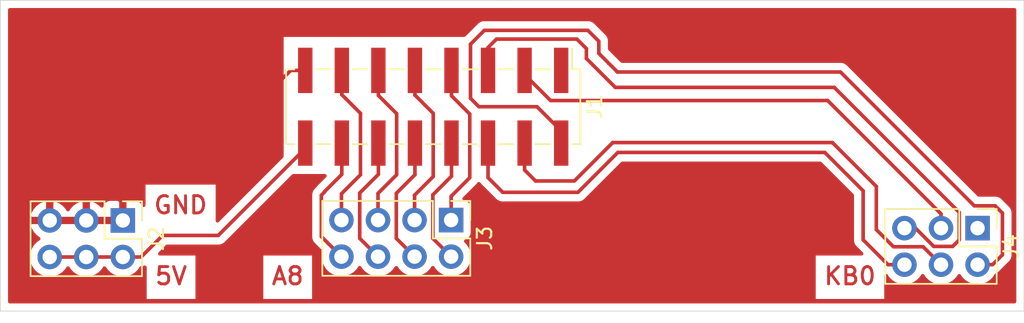
<source format=kicad_pcb>
(kicad_pcb (version 20171130) (host pcbnew "(5.1.7)-1")

  (general
    (thickness 1.6)
    (drawings 14)
    (tracks 108)
    (zones 0)
    (modules 4)
    (nets 16)
  )

  (page A4)
  (layers
    (0 F.Cu signal)
    (31 B.Cu signal)
    (32 B.Adhes user)
    (33 F.Adhes user)
    (34 B.Paste user)
    (35 F.Paste user)
    (36 B.SilkS user)
    (37 F.SilkS user)
    (38 B.Mask user)
    (39 F.Mask user)
    (40 Dwgs.User user)
    (41 Cmts.User user)
    (42 Eco1.User user)
    (43 Eco2.User user)
    (44 Edge.Cuts user)
    (45 Margin user)
    (46 B.CrtYd user)
    (47 F.CrtYd user)
    (48 B.Fab user)
    (49 F.Fab user)
  )

  (setup
    (last_trace_width 0.25)
    (trace_clearance 0.2)
    (zone_clearance 0.508)
    (zone_45_only no)
    (trace_min 0.2)
    (via_size 0.8)
    (via_drill 0.4)
    (via_min_size 0.4)
    (via_min_drill 0.3)
    (uvia_size 0.3)
    (uvia_drill 0.1)
    (uvias_allowed no)
    (uvia_min_size 0.2)
    (uvia_min_drill 0.1)
    (edge_width 0.05)
    (segment_width 0.2)
    (pcb_text_width 0.3)
    (pcb_text_size 1.5 1.5)
    (mod_edge_width 0.12)
    (mod_text_size 1 1)
    (mod_text_width 0.15)
    (pad_size 1.524 1.524)
    (pad_drill 0.762)
    (pad_to_mask_clearance 0)
    (aux_axis_origin 0 0)
    (visible_elements FFFFFF7F)
    (pcbplotparams
      (layerselection 0x010fc_ffffffff)
      (usegerberextensions false)
      (usegerberattributes true)
      (usegerberadvancedattributes true)
      (creategerberjobfile true)
      (excludeedgelayer true)
      (linewidth 0.100000)
      (plotframeref false)
      (viasonmask false)
      (mode 1)
      (useauxorigin false)
      (hpglpennumber 1)
      (hpglpenspeed 20)
      (hpglpendiameter 15.000000)
      (psnegative false)
      (psa4output false)
      (plotreference true)
      (plotvalue true)
      (plotinvisibletext false)
      (padsonsilk false)
      (subtractmaskfromsilk false)
      (outputformat 1)
      (mirror false)
      (drillshape 1)
      (scaleselection 1)
      (outputdirectory ""))
  )

  (net 0 "")
  (net 1 /KB4)
  (net 2 /KB3)
  (net 3 /KB2)
  (net 4 /KB1)
  (net 5 /KB0)
  (net 6 /A15K)
  (net 7 /A14K)
  (net 8 /A13K)
  (net 9 /A12K)
  (net 10 /A11K)
  (net 11 /A10K)
  (net 12 /A9K)
  (net 13 /A8K)
  (net 14 /GND)
  (net 15 /5V)

  (net_class Default "This is the default net class."
    (clearance 0.2)
    (trace_width 0.25)
    (via_dia 0.8)
    (via_drill 0.4)
    (uvia_dia 0.3)
    (uvia_drill 0.1)
    (add_net /5V)
    (add_net /A10K)
    (add_net /A11K)
    (add_net /A12K)
    (add_net /A13K)
    (add_net /A14K)
    (add_net /A15K)
    (add_net /A8K)
    (add_net /A9K)
    (add_net /GND)
    (add_net /KB0)
    (add_net /KB1)
    (add_net /KB2)
    (add_net /KB3)
    (add_net /KB4)
  )

  (module Connector_PinHeader_2.54mm:PinHeader_2x08_P2.54mm_Vertical_SMD (layer F.Cu) (tedit 59FED5CC) (tstamp 607A1C14)
    (at 111.9886 83.5914 270)
    (descr "surface-mounted straight pin header, 2x08, 2.54mm pitch, double rows")
    (tags "Surface mounted pin header SMD 2x08 2.54mm double row")
    (path /608D14FF)
    (attr smd)
    (fp_text reference J1 (at 0 -11.22 90) (layer F.SilkS)
      (effects (font (size 1 1) (thickness 0.15)))
    )
    (fp_text value KB_CONN (at 0 11.22 90) (layer F.Fab)
      (effects (font (size 1 1) (thickness 0.15)))
    )
    (fp_line (start 5.9 -10.7) (end -5.9 -10.7) (layer F.CrtYd) (width 0.05))
    (fp_line (start 5.9 10.7) (end 5.9 -10.7) (layer F.CrtYd) (width 0.05))
    (fp_line (start -5.9 10.7) (end 5.9 10.7) (layer F.CrtYd) (width 0.05))
    (fp_line (start -5.9 -10.7) (end -5.9 10.7) (layer F.CrtYd) (width 0.05))
    (fp_line (start 2.6 7.11) (end 2.6 8.13) (layer F.SilkS) (width 0.12))
    (fp_line (start -2.6 7.11) (end -2.6 8.13) (layer F.SilkS) (width 0.12))
    (fp_line (start 2.6 4.57) (end 2.6 5.59) (layer F.SilkS) (width 0.12))
    (fp_line (start -2.6 4.57) (end -2.6 5.59) (layer F.SilkS) (width 0.12))
    (fp_line (start 2.6 2.03) (end 2.6 3.05) (layer F.SilkS) (width 0.12))
    (fp_line (start -2.6 2.03) (end -2.6 3.05) (layer F.SilkS) (width 0.12))
    (fp_line (start 2.6 -0.51) (end 2.6 0.51) (layer F.SilkS) (width 0.12))
    (fp_line (start -2.6 -0.51) (end -2.6 0.51) (layer F.SilkS) (width 0.12))
    (fp_line (start 2.6 -3.05) (end 2.6 -2.03) (layer F.SilkS) (width 0.12))
    (fp_line (start -2.6 -3.05) (end -2.6 -2.03) (layer F.SilkS) (width 0.12))
    (fp_line (start 2.6 -5.59) (end 2.6 -4.57) (layer F.SilkS) (width 0.12))
    (fp_line (start -2.6 -5.59) (end -2.6 -4.57) (layer F.SilkS) (width 0.12))
    (fp_line (start 2.6 -8.13) (end 2.6 -7.11) (layer F.SilkS) (width 0.12))
    (fp_line (start -2.6 -8.13) (end -2.6 -7.11) (layer F.SilkS) (width 0.12))
    (fp_line (start 2.6 9.65) (end 2.6 10.22) (layer F.SilkS) (width 0.12))
    (fp_line (start -2.6 9.65) (end -2.6 10.22) (layer F.SilkS) (width 0.12))
    (fp_line (start 2.6 -10.22) (end 2.6 -9.65) (layer F.SilkS) (width 0.12))
    (fp_line (start -2.6 -10.22) (end -2.6 -9.65) (layer F.SilkS) (width 0.12))
    (fp_line (start -4.04 -9.65) (end -2.6 -9.65) (layer F.SilkS) (width 0.12))
    (fp_line (start -2.6 10.22) (end 2.6 10.22) (layer F.SilkS) (width 0.12))
    (fp_line (start -2.6 -10.22) (end 2.6 -10.22) (layer F.SilkS) (width 0.12))
    (fp_line (start 3.6 9.21) (end 2.54 9.21) (layer F.Fab) (width 0.1))
    (fp_line (start 3.6 8.57) (end 3.6 9.21) (layer F.Fab) (width 0.1))
    (fp_line (start 2.54 8.57) (end 3.6 8.57) (layer F.Fab) (width 0.1))
    (fp_line (start -3.6 9.21) (end -2.54 9.21) (layer F.Fab) (width 0.1))
    (fp_line (start -3.6 8.57) (end -3.6 9.21) (layer F.Fab) (width 0.1))
    (fp_line (start -2.54 8.57) (end -3.6 8.57) (layer F.Fab) (width 0.1))
    (fp_line (start 3.6 6.67) (end 2.54 6.67) (layer F.Fab) (width 0.1))
    (fp_line (start 3.6 6.03) (end 3.6 6.67) (layer F.Fab) (width 0.1))
    (fp_line (start 2.54 6.03) (end 3.6 6.03) (layer F.Fab) (width 0.1))
    (fp_line (start -3.6 6.67) (end -2.54 6.67) (layer F.Fab) (width 0.1))
    (fp_line (start -3.6 6.03) (end -3.6 6.67) (layer F.Fab) (width 0.1))
    (fp_line (start -2.54 6.03) (end -3.6 6.03) (layer F.Fab) (width 0.1))
    (fp_line (start 3.6 4.13) (end 2.54 4.13) (layer F.Fab) (width 0.1))
    (fp_line (start 3.6 3.49) (end 3.6 4.13) (layer F.Fab) (width 0.1))
    (fp_line (start 2.54 3.49) (end 3.6 3.49) (layer F.Fab) (width 0.1))
    (fp_line (start -3.6 4.13) (end -2.54 4.13) (layer F.Fab) (width 0.1))
    (fp_line (start -3.6 3.49) (end -3.6 4.13) (layer F.Fab) (width 0.1))
    (fp_line (start -2.54 3.49) (end -3.6 3.49) (layer F.Fab) (width 0.1))
    (fp_line (start 3.6 1.59) (end 2.54 1.59) (layer F.Fab) (width 0.1))
    (fp_line (start 3.6 0.95) (end 3.6 1.59) (layer F.Fab) (width 0.1))
    (fp_line (start 2.54 0.95) (end 3.6 0.95) (layer F.Fab) (width 0.1))
    (fp_line (start -3.6 1.59) (end -2.54 1.59) (layer F.Fab) (width 0.1))
    (fp_line (start -3.6 0.95) (end -3.6 1.59) (layer F.Fab) (width 0.1))
    (fp_line (start -2.54 0.95) (end -3.6 0.95) (layer F.Fab) (width 0.1))
    (fp_line (start 3.6 -0.95) (end 2.54 -0.95) (layer F.Fab) (width 0.1))
    (fp_line (start 3.6 -1.59) (end 3.6 -0.95) (layer F.Fab) (width 0.1))
    (fp_line (start 2.54 -1.59) (end 3.6 -1.59) (layer F.Fab) (width 0.1))
    (fp_line (start -3.6 -0.95) (end -2.54 -0.95) (layer F.Fab) (width 0.1))
    (fp_line (start -3.6 -1.59) (end -3.6 -0.95) (layer F.Fab) (width 0.1))
    (fp_line (start -2.54 -1.59) (end -3.6 -1.59) (layer F.Fab) (width 0.1))
    (fp_line (start 3.6 -3.49) (end 2.54 -3.49) (layer F.Fab) (width 0.1))
    (fp_line (start 3.6 -4.13) (end 3.6 -3.49) (layer F.Fab) (width 0.1))
    (fp_line (start 2.54 -4.13) (end 3.6 -4.13) (layer F.Fab) (width 0.1))
    (fp_line (start -3.6 -3.49) (end -2.54 -3.49) (layer F.Fab) (width 0.1))
    (fp_line (start -3.6 -4.13) (end -3.6 -3.49) (layer F.Fab) (width 0.1))
    (fp_line (start -2.54 -4.13) (end -3.6 -4.13) (layer F.Fab) (width 0.1))
    (fp_line (start 3.6 -6.03) (end 2.54 -6.03) (layer F.Fab) (width 0.1))
    (fp_line (start 3.6 -6.67) (end 3.6 -6.03) (layer F.Fab) (width 0.1))
    (fp_line (start 2.54 -6.67) (end 3.6 -6.67) (layer F.Fab) (width 0.1))
    (fp_line (start -3.6 -6.03) (end -2.54 -6.03) (layer F.Fab) (width 0.1))
    (fp_line (start -3.6 -6.67) (end -3.6 -6.03) (layer F.Fab) (width 0.1))
    (fp_line (start -2.54 -6.67) (end -3.6 -6.67) (layer F.Fab) (width 0.1))
    (fp_line (start 3.6 -8.57) (end 2.54 -8.57) (layer F.Fab) (width 0.1))
    (fp_line (start 3.6 -9.21) (end 3.6 -8.57) (layer F.Fab) (width 0.1))
    (fp_line (start 2.54 -9.21) (end 3.6 -9.21) (layer F.Fab) (width 0.1))
    (fp_line (start -3.6 -8.57) (end -2.54 -8.57) (layer F.Fab) (width 0.1))
    (fp_line (start -3.6 -9.21) (end -3.6 -8.57) (layer F.Fab) (width 0.1))
    (fp_line (start -2.54 -9.21) (end -3.6 -9.21) (layer F.Fab) (width 0.1))
    (fp_line (start 2.54 -10.16) (end 2.54 10.16) (layer F.Fab) (width 0.1))
    (fp_line (start -2.54 -9.21) (end -1.59 -10.16) (layer F.Fab) (width 0.1))
    (fp_line (start -2.54 10.16) (end -2.54 -9.21) (layer F.Fab) (width 0.1))
    (fp_line (start -1.59 -10.16) (end 2.54 -10.16) (layer F.Fab) (width 0.1))
    (fp_line (start 2.54 10.16) (end -2.54 10.16) (layer F.Fab) (width 0.1))
    (fp_text user %R (at 0 0) (layer F.Fab)
      (effects (font (size 1 1) (thickness 0.15)))
    )
    (pad 1 smd rect (at -2.525 -8.89 270) (size 3.15 1) (layers F.Cu F.Paste F.Mask))
    (pad 2 smd rect (at 2.525 -8.89 270) (size 3.15 1) (layers F.Cu F.Paste F.Mask)
      (net 1 /KB4))
    (pad 3 smd rect (at -2.525 -6.35 270) (size 3.15 1) (layers F.Cu F.Paste F.Mask)
      (net 2 /KB3))
    (pad 4 smd rect (at 2.525 -6.35 270) (size 3.15 1) (layers F.Cu F.Paste F.Mask)
      (net 3 /KB2))
    (pad 5 smd rect (at -2.525 -3.81 270) (size 3.15 1) (layers F.Cu F.Paste F.Mask)
      (net 4 /KB1))
    (pad 6 smd rect (at 2.525 -3.81 270) (size 3.15 1) (layers F.Cu F.Paste F.Mask)
      (net 5 /KB0))
    (pad 7 smd rect (at -2.525 -1.27 270) (size 3.15 1) (layers F.Cu F.Paste F.Mask)
      (net 6 /A15K))
    (pad 8 smd rect (at 2.525 -1.27 270) (size 3.15 1) (layers F.Cu F.Paste F.Mask)
      (net 7 /A14K))
    (pad 9 smd rect (at -2.525 1.27 270) (size 3.15 1) (layers F.Cu F.Paste F.Mask)
      (net 8 /A13K))
    (pad 10 smd rect (at 2.525 1.27 270) (size 3.15 1) (layers F.Cu F.Paste F.Mask)
      (net 9 /A12K))
    (pad 11 smd rect (at -2.525 3.81 270) (size 3.15 1) (layers F.Cu F.Paste F.Mask)
      (net 10 /A11K))
    (pad 12 smd rect (at 2.525 3.81 270) (size 3.15 1) (layers F.Cu F.Paste F.Mask)
      (net 11 /A10K))
    (pad 13 smd rect (at -2.525 6.35 270) (size 3.15 1) (layers F.Cu F.Paste F.Mask)
      (net 12 /A9K))
    (pad 14 smd rect (at 2.525 6.35 270) (size 3.15 1) (layers F.Cu F.Paste F.Mask)
      (net 13 /A8K))
    (pad 15 smd rect (at -2.525 8.89 270) (size 3.15 1) (layers F.Cu F.Paste F.Mask)
      (net 14 /GND))
    (pad 16 smd rect (at 2.525 8.89 270) (size 3.15 1) (layers F.Cu F.Paste F.Mask)
      (net 15 /5V))
    (model ${KISYS3DMOD}/Connector_PinHeader_2.54mm.3dshapes/PinHeader_2x08_P2.54mm_Vertical_SMD.wrl
      (at (xyz 0 0 0))
      (scale (xyz 1 1 1))
      (rotate (xyz 0 0 0))
    )
  )

  (module Connector_PinHeader_2.54mm:PinHeader_2x03_P2.54mm_Vertical (layer F.Cu) (tedit 59FED5CC) (tstamp 607A26DF)
    (at 90.424 91.4908 270)
    (descr "Through hole straight pin header, 2x03, 2.54mm pitch, double rows")
    (tags "Through hole pin header THT 2x03 2.54mm double row")
    (path /607A4B72)
    (fp_text reference J2 (at 1.27 -2.33 90) (layer F.SilkS)
      (effects (font (size 1 1) (thickness 0.15)))
    )
    (fp_text value KB_CONN_PWR (at 1.27 7.41 90) (layer F.Fab)
      (effects (font (size 1 1) (thickness 0.15)))
    )
    (fp_line (start 4.35 -1.8) (end -1.8 -1.8) (layer F.CrtYd) (width 0.05))
    (fp_line (start 4.35 6.85) (end 4.35 -1.8) (layer F.CrtYd) (width 0.05))
    (fp_line (start -1.8 6.85) (end 4.35 6.85) (layer F.CrtYd) (width 0.05))
    (fp_line (start -1.8 -1.8) (end -1.8 6.85) (layer F.CrtYd) (width 0.05))
    (fp_line (start -1.33 -1.33) (end 0 -1.33) (layer F.SilkS) (width 0.12))
    (fp_line (start -1.33 0) (end -1.33 -1.33) (layer F.SilkS) (width 0.12))
    (fp_line (start 1.27 -1.33) (end 3.87 -1.33) (layer F.SilkS) (width 0.12))
    (fp_line (start 1.27 1.27) (end 1.27 -1.33) (layer F.SilkS) (width 0.12))
    (fp_line (start -1.33 1.27) (end 1.27 1.27) (layer F.SilkS) (width 0.12))
    (fp_line (start 3.87 -1.33) (end 3.87 6.41) (layer F.SilkS) (width 0.12))
    (fp_line (start -1.33 1.27) (end -1.33 6.41) (layer F.SilkS) (width 0.12))
    (fp_line (start -1.33 6.41) (end 3.87 6.41) (layer F.SilkS) (width 0.12))
    (fp_line (start -1.27 0) (end 0 -1.27) (layer F.Fab) (width 0.1))
    (fp_line (start -1.27 6.35) (end -1.27 0) (layer F.Fab) (width 0.1))
    (fp_line (start 3.81 6.35) (end -1.27 6.35) (layer F.Fab) (width 0.1))
    (fp_line (start 3.81 -1.27) (end 3.81 6.35) (layer F.Fab) (width 0.1))
    (fp_line (start 0 -1.27) (end 3.81 -1.27) (layer F.Fab) (width 0.1))
    (fp_text user %R (at 1.27 2.54) (layer F.Fab)
      (effects (font (size 1 1) (thickness 0.15)))
    )
    (pad 1 thru_hole rect (at 0 0 270) (size 1.7 1.7) (drill 1) (layers *.Cu *.Mask)
      (net 14 /GND))
    (pad 2 thru_hole oval (at 2.54 0 270) (size 1.7 1.7) (drill 1) (layers *.Cu *.Mask)
      (net 15 /5V))
    (pad 3 thru_hole oval (at 0 2.54 270) (size 1.7 1.7) (drill 1) (layers *.Cu *.Mask)
      (net 14 /GND))
    (pad 4 thru_hole oval (at 2.54 2.54 270) (size 1.7 1.7) (drill 1) (layers *.Cu *.Mask)
      (net 15 /5V))
    (pad 5 thru_hole oval (at 0 5.08 270) (size 1.7 1.7) (drill 1) (layers *.Cu *.Mask)
      (net 14 /GND))
    (pad 6 thru_hole oval (at 2.54 5.08 270) (size 1.7 1.7) (drill 1) (layers *.Cu *.Mask)
      (net 15 /5V))
    (model ${KISYS3DMOD}/Connector_PinHeader_2.54mm.3dshapes/PinHeader_2x03_P2.54mm_Vertical.wrl
      (at (xyz 0 0 0))
      (scale (xyz 1 1 1))
      (rotate (xyz 0 0 0))
    )
  )

  (module Connector_PinHeader_2.54mm:PinHeader_2x04_P2.54mm_Vertical (layer F.Cu) (tedit 59FED5CC) (tstamp 607A1C4E)
    (at 113.2332 91.4654 270)
    (descr "Through hole straight pin header, 2x04, 2.54mm pitch, double rows")
    (tags "Through hole pin header THT 2x04 2.54mm double row")
    (path /607A6144)
    (fp_text reference J3 (at 1.27 -2.33 90) (layer F.SilkS)
      (effects (font (size 1 1) (thickness 0.15)))
    )
    (fp_text value KB_CONN_ADDR (at 1.27 9.95 90) (layer F.Fab)
      (effects (font (size 1 1) (thickness 0.15)))
    )
    (fp_line (start 4.35 -1.8) (end -1.8 -1.8) (layer F.CrtYd) (width 0.05))
    (fp_line (start 4.35 9.4) (end 4.35 -1.8) (layer F.CrtYd) (width 0.05))
    (fp_line (start -1.8 9.4) (end 4.35 9.4) (layer F.CrtYd) (width 0.05))
    (fp_line (start -1.8 -1.8) (end -1.8 9.4) (layer F.CrtYd) (width 0.05))
    (fp_line (start -1.33 -1.33) (end 0 -1.33) (layer F.SilkS) (width 0.12))
    (fp_line (start -1.33 0) (end -1.33 -1.33) (layer F.SilkS) (width 0.12))
    (fp_line (start 1.27 -1.33) (end 3.87 -1.33) (layer F.SilkS) (width 0.12))
    (fp_line (start 1.27 1.27) (end 1.27 -1.33) (layer F.SilkS) (width 0.12))
    (fp_line (start -1.33 1.27) (end 1.27 1.27) (layer F.SilkS) (width 0.12))
    (fp_line (start 3.87 -1.33) (end 3.87 8.95) (layer F.SilkS) (width 0.12))
    (fp_line (start -1.33 1.27) (end -1.33 8.95) (layer F.SilkS) (width 0.12))
    (fp_line (start -1.33 8.95) (end 3.87 8.95) (layer F.SilkS) (width 0.12))
    (fp_line (start -1.27 0) (end 0 -1.27) (layer F.Fab) (width 0.1))
    (fp_line (start -1.27 8.89) (end -1.27 0) (layer F.Fab) (width 0.1))
    (fp_line (start 3.81 8.89) (end -1.27 8.89) (layer F.Fab) (width 0.1))
    (fp_line (start 3.81 -1.27) (end 3.81 8.89) (layer F.Fab) (width 0.1))
    (fp_line (start 0 -1.27) (end 3.81 -1.27) (layer F.Fab) (width 0.1))
    (fp_text user %R (at 1.27 3.81) (layer F.Fab)
      (effects (font (size 1 1) (thickness 0.15)))
    )
    (pad 1 thru_hole rect (at 0 0 270) (size 1.7 1.7) (drill 1) (layers *.Cu *.Mask)
      (net 6 /A15K))
    (pad 2 thru_hole oval (at 2.54 0 270) (size 1.7 1.7) (drill 1) (layers *.Cu *.Mask)
      (net 7 /A14K))
    (pad 3 thru_hole oval (at 0 2.54 270) (size 1.7 1.7) (drill 1) (layers *.Cu *.Mask)
      (net 8 /A13K))
    (pad 4 thru_hole oval (at 2.54 2.54 270) (size 1.7 1.7) (drill 1) (layers *.Cu *.Mask)
      (net 9 /A12K))
    (pad 5 thru_hole oval (at 0 5.08 270) (size 1.7 1.7) (drill 1) (layers *.Cu *.Mask)
      (net 10 /A11K))
    (pad 6 thru_hole oval (at 2.54 5.08 270) (size 1.7 1.7) (drill 1) (layers *.Cu *.Mask)
      (net 11 /A10K))
    (pad 7 thru_hole oval (at 0 7.62 270) (size 1.7 1.7) (drill 1) (layers *.Cu *.Mask)
      (net 12 /A9K))
    (pad 8 thru_hole oval (at 2.54 7.62 270) (size 1.7 1.7) (drill 1) (layers *.Cu *.Mask)
      (net 13 /A8K))
    (model ${KISYS3DMOD}/Connector_PinHeader_2.54mm.3dshapes/PinHeader_2x04_P2.54mm_Vertical.wrl
      (at (xyz 0 0 0))
      (scale (xyz 1 1 1))
      (rotate (xyz 0 0 0))
    )
  )

  (module Connector_PinHeader_2.54mm:PinHeader_2x03_P2.54mm_Vertical (layer F.Cu) (tedit 59FED5CC) (tstamp 607A27C0)
    (at 149.8092 92.0242 270)
    (descr "Through hole straight pin header, 2x03, 2.54mm pitch, double rows")
    (tags "Through hole pin header THT 2x03 2.54mm double row")
    (path /607A574E)
    (fp_text reference J4 (at 1.27 -2.33 90) (layer F.SilkS)
      (effects (font (size 1 1) (thickness 0.15)))
    )
    (fp_text value KB_CONN_D (at 1.27 7.41 90) (layer F.Fab)
      (effects (font (size 1 1) (thickness 0.15)))
    )
    (fp_text user %R (at 1.27 2.54) (layer F.Fab)
      (effects (font (size 1 1) (thickness 0.15)))
    )
    (fp_line (start 0 -1.27) (end 3.81 -1.27) (layer F.Fab) (width 0.1))
    (fp_line (start 3.81 -1.27) (end 3.81 6.35) (layer F.Fab) (width 0.1))
    (fp_line (start 3.81 6.35) (end -1.27 6.35) (layer F.Fab) (width 0.1))
    (fp_line (start -1.27 6.35) (end -1.27 0) (layer F.Fab) (width 0.1))
    (fp_line (start -1.27 0) (end 0 -1.27) (layer F.Fab) (width 0.1))
    (fp_line (start -1.33 6.41) (end 3.87 6.41) (layer F.SilkS) (width 0.12))
    (fp_line (start -1.33 1.27) (end -1.33 6.41) (layer F.SilkS) (width 0.12))
    (fp_line (start 3.87 -1.33) (end 3.87 6.41) (layer F.SilkS) (width 0.12))
    (fp_line (start -1.33 1.27) (end 1.27 1.27) (layer F.SilkS) (width 0.12))
    (fp_line (start 1.27 1.27) (end 1.27 -1.33) (layer F.SilkS) (width 0.12))
    (fp_line (start 1.27 -1.33) (end 3.87 -1.33) (layer F.SilkS) (width 0.12))
    (fp_line (start -1.33 0) (end -1.33 -1.33) (layer F.SilkS) (width 0.12))
    (fp_line (start -1.33 -1.33) (end 0 -1.33) (layer F.SilkS) (width 0.12))
    (fp_line (start -1.8 -1.8) (end -1.8 6.85) (layer F.CrtYd) (width 0.05))
    (fp_line (start -1.8 6.85) (end 4.35 6.85) (layer F.CrtYd) (width 0.05))
    (fp_line (start 4.35 6.85) (end 4.35 -1.8) (layer F.CrtYd) (width 0.05))
    (fp_line (start 4.35 -1.8) (end -1.8 -1.8) (layer F.CrtYd) (width 0.05))
    (pad 6 thru_hole oval (at 2.54 5.08 270) (size 1.7 1.7) (drill 1) (layers *.Cu *.Mask)
      (net 5 /KB0))
    (pad 5 thru_hole oval (at 0 5.08 270) (size 1.7 1.7) (drill 1) (layers *.Cu *.Mask)
      (net 4 /KB1))
    (pad 4 thru_hole oval (at 2.54 2.54 270) (size 1.7 1.7) (drill 1) (layers *.Cu *.Mask)
      (net 3 /KB2))
    (pad 3 thru_hole oval (at 0 2.54 270) (size 1.7 1.7) (drill 1) (layers *.Cu *.Mask)
      (net 2 /KB3))
    (pad 2 thru_hole oval (at 2.54 0 270) (size 1.7 1.7) (drill 1) (layers *.Cu *.Mask)
      (net 1 /KB4))
    (pad 1 thru_hole rect (at 0 0 270) (size 1.7 1.7) (drill 1) (layers *.Cu *.Mask))
    (model ${KISYS3DMOD}/Connector_PinHeader_2.54mm.3dshapes/PinHeader_2x03_P2.54mm_Vertical.wrl
      (at (xyz 0 0 0))
      (scale (xyz 1 1 1))
      (rotate (xyz 0 0 0))
    )
  )

  (gr_line (start 153.035 76.2) (end 116.84 76.2) (layer Edge.Cuts) (width 0.05) (tstamp 607A29BB))
  (gr_line (start 153.035 76.835) (end 153.035 76.2) (layer Edge.Cuts) (width 0.05))
  (gr_line (start 81.915 76.2) (end 81.915 76.835) (layer Edge.Cuts) (width 0.05) (tstamp 607A29B9))
  (gr_line (start 116.84 76.2) (end 81.915 76.2) (layer Edge.Cuts) (width 0.05))
  (gr_line (start 81.915 97.79) (end 81.915 76.835) (layer Edge.Cuts) (width 0.05) (tstamp 607A29B1))
  (gr_line (start 153.035 97.79) (end 81.915 97.79) (layer Edge.Cuts) (width 0.05))
  (gr_line (start 153.035 76.835) (end 153.035 97.79) (layer Edge.Cuts) (width 0.05))
  (gr_text KB0 (at 140.9446 95.3516) (layer F.Cu) (tstamp 607A298D)
    (effects (font (size 1.2 1.2) (thickness 0.2)))
  )
  (gr_text A8 (at 101.8794 95.3516) (layer F.Cu) (tstamp 607A2989)
    (effects (font (size 1.2 1.2) (thickness 0.2)))
  )
  (gr_text 5V (at 93.7768 95.3516) (layer F.Cu) (tstamp 607A2964)
    (effects (font (size 1.2 1.2) (thickness 0.2)))
  )
  (gr_text GND (at 94.4372 90.424) (layer F.Cu)
    (effects (font (size 1.2 1.2) (thickness 0.2)))
  )
  (dimension 0.5842 (width 0.15) (layer Dwgs.User)
    (gr_text "0,584 mm" (at 138.8572 91.7321 270) (layer Dwgs.User)
      (effects (font (size 1 1) (thickness 0.15)))
    )
    (feature1 (pts (xy 144.7292 92.0242) (xy 139.570779 92.0242)))
    (feature2 (pts (xy 144.7292 91.44) (xy 139.570779 91.44)))
    (crossbar (pts (xy 140.1572 91.44) (xy 140.1572 92.0242)))
    (arrow1a (pts (xy 140.1572 92.0242) (xy 139.570779 90.897696)))
    (arrow1b (pts (xy 140.1572 92.0242) (xy 140.743621 90.897696)))
    (arrow2a (pts (xy 140.1572 91.44) (xy 139.570779 92.566504)))
    (arrow2b (pts (xy 140.1572 91.44) (xy 140.743621 92.566504)))
  )
  (dimension 31.496 (width 0.15) (layer Dwgs.User)
    (gr_text "31,496 mm" (at 128.9812 82.4946) (layer Dwgs.User)
      (effects (font (size 1 1) (thickness 0.15)))
    )
    (feature1 (pts (xy 144.7292 91.4654) (xy 144.7292 83.208179)))
    (feature2 (pts (xy 113.2332 91.4654) (xy 113.2332 83.208179)))
    (crossbar (pts (xy 113.2332 83.7946) (xy 144.7292 83.7946)))
    (arrow1a (pts (xy 144.7292 83.7946) (xy 143.602696 84.381021)))
    (arrow1b (pts (xy 144.7292 83.7946) (xy 143.602696 83.208179)))
    (arrow2a (pts (xy 113.2332 83.7946) (xy 114.359704 84.381021)))
    (arrow2b (pts (xy 113.2332 83.7946) (xy 114.359704 83.208179)))
  )
  (dimension 20.2692 (width 0.15) (layer Dwgs.User)
    (gr_text "20,269 mm" (at 95.4786 84.0186) (layer Dwgs.User)
      (effects (font (size 1 1) (thickness 0.15)))
    )
    (feature1 (pts (xy 105.6132 91.4654) (xy 105.6132 84.732179)))
    (feature2 (pts (xy 85.344 91.4654) (xy 85.344 84.732179)))
    (crossbar (pts (xy 85.344 85.3186) (xy 105.6132 85.3186)))
    (arrow1a (pts (xy 105.6132 85.3186) (xy 104.486696 85.905021)))
    (arrow1b (pts (xy 105.6132 85.3186) (xy 104.486696 84.732179)))
    (arrow2a (pts (xy 85.344 85.3186) (xy 86.470504 85.905021)))
    (arrow2b (pts (xy 85.344 85.3186) (xy 86.470504 84.732179)))
  )

  (segment (start 150.8506 94.5642) (end 149.8092 94.5642) (width 0.25) (layer F.Cu) (net 1))
  (segment (start 151.5364 93.8784) (end 150.8506 94.5642) (width 0.25) (layer F.Cu) (net 1))
  (segment (start 151.0284 90.4748) (end 151.5364 90.9828) (width 0.25) (layer F.Cu) (net 1))
  (segment (start 120.8786 86.1164) (end 120.8786 85.2678) (width 0.25) (layer F.Cu) (net 1))
  (segment (start 115.1636 83.5914) (end 114.5794 83.0072) (width 0.25) (layer F.Cu) (net 1))
  (segment (start 120.8786 85.2678) (end 119.2022 83.5914) (width 0.25) (layer F.Cu) (net 1))
  (segment (start 119.2022 83.5914) (end 115.1636 83.5914) (width 0.25) (layer F.Cu) (net 1))
  (segment (start 123.4948 79.0448) (end 123.4948 79.883) (width 0.25) (layer F.Cu) (net 1))
  (segment (start 114.5794 83.0072) (end 114.5794 79.248) (width 0.25) (layer F.Cu) (net 1))
  (segment (start 114.5794 79.248) (end 115.5446 78.2828) (width 0.25) (layer F.Cu) (net 1))
  (segment (start 115.5446 78.2828) (end 122.7328 78.2828) (width 0.25) (layer F.Cu) (net 1))
  (segment (start 122.7328 78.2828) (end 123.4948 79.0448) (width 0.25) (layer F.Cu) (net 1))
  (segment (start 151.5364 90.9828) (end 151.5364 93.8784) (width 0.25) (layer F.Cu) (net 1))
  (segment (start 123.4948 79.883) (end 124.7902 81.1784) (width 0.25) (layer F.Cu) (net 1))
  (segment (start 149.5806 90.4748) (end 151.0284 90.4748) (width 0.25) (layer F.Cu) (net 1))
  (segment (start 124.7902 81.1784) (end 140.2842 81.1784) (width 0.25) (layer F.Cu) (net 1))
  (segment (start 140.2842 81.1784) (end 149.5806 90.4748) (width 0.25) (layer F.Cu) (net 1))
  (segment (start 118.3386 81.0664) (end 118.3386 81.3562) (width 0.25) (layer F.Cu) (net 2))
  (segment (start 118.3386 81.3562) (end 120.142 83.1596) (width 0.25) (layer F.Cu) (net 2))
  (segment (start 120.142 83.1596) (end 139.3952 83.1596) (width 0.25) (layer F.Cu) (net 2))
  (segment (start 147.2692 91.0336) (end 147.2692 92.0242) (width 0.25) (layer F.Cu) (net 2))
  (segment (start 139.3952 83.1596) (end 147.2692 91.0336) (width 0.25) (layer F.Cu) (net 2))
  (segment (start 143.9672 93.3196) (end 146.0246 93.3196) (width 0.25) (layer F.Cu) (net 3))
  (segment (start 142.7734 92.1258) (end 143.9672 93.3196) (width 0.25) (layer F.Cu) (net 3))
  (segment (start 146.0246 93.3196) (end 147.2692 94.5642) (width 0.25) (layer F.Cu) (net 3))
  (segment (start 139.7254 86.0806) (end 142.7734 89.1286) (width 0.25) (layer F.Cu) (net 3))
  (segment (start 142.7734 89.1286) (end 142.7734 92.1258) (width 0.25) (layer F.Cu) (net 3))
  (segment (start 121.793 88.7476) (end 124.46 86.0806) (width 0.25) (layer F.Cu) (net 3))
  (segment (start 119.1006 88.7476) (end 121.793 88.7476) (width 0.25) (layer F.Cu) (net 3))
  (segment (start 124.46 86.0806) (end 139.7254 86.0806) (width 0.25) (layer F.Cu) (net 3))
  (segment (start 118.3386 87.9856) (end 119.1006 88.7476) (width 0.25) (layer F.Cu) (net 3))
  (segment (start 118.3386 86.1164) (end 118.3386 87.9856) (width 0.25) (layer F.Cu) (net 3))
  (segment (start 116.3828 78.8924) (end 115.7986 79.4766) (width 0.25) (layer F.Cu) (net 4))
  (segment (start 121.9708 78.8924) (end 116.3828 78.8924) (width 0.25) (layer F.Cu) (net 4))
  (segment (start 115.7986 79.4766) (end 115.7986 81.0664) (width 0.25) (layer F.Cu) (net 4))
  (segment (start 124.6378 82.2452) (end 122.6312 80.2386) (width 0.25) (layer F.Cu) (net 4))
  (segment (start 122.6312 79.5528) (end 121.9708 78.8924) (width 0.25) (layer F.Cu) (net 4))
  (segment (start 139.8524 82.2452) (end 124.6378 82.2452) (width 0.25) (layer F.Cu) (net 4))
  (segment (start 148.5392 90.932) (end 139.8524 82.2452) (width 0.25) (layer F.Cu) (net 4))
  (segment (start 148.5392 92.837) (end 148.5392 90.932) (width 0.25) (layer F.Cu) (net 4))
  (segment (start 148.082 93.2942) (end 148.5392 92.837) (width 0.25) (layer F.Cu) (net 4))
  (segment (start 146.7612 93.2942) (end 148.082 93.2942) (width 0.25) (layer F.Cu) (net 4))
  (segment (start 122.6312 80.2386) (end 122.6312 79.5528) (width 0.25) (layer F.Cu) (net 4))
  (segment (start 145.4912 92.0242) (end 146.7612 93.2942) (width 0.25) (layer F.Cu) (net 4))
  (segment (start 144.7292 92.0242) (end 145.4912 92.0242) (width 0.25) (layer F.Cu) (net 4))
  (segment (start 144.7292 94.5642) (end 143.5862 94.5642) (width 0.25) (layer F.Cu) (net 5))
  (segment (start 143.5862 94.5642) (end 141.859 92.837) (width 0.25) (layer F.Cu) (net 5))
  (segment (start 141.859 92.837) (end 141.859 89.4334) (width 0.25) (layer F.Cu) (net 5))
  (segment (start 141.859 89.4334) (end 139.192 86.7664) (width 0.25) (layer F.Cu) (net 5))
  (segment (start 139.192 86.7664) (end 124.8156 86.7664) (width 0.25) (layer F.Cu) (net 5))
  (segment (start 124.8156 86.7664) (end 122.047 89.535) (width 0.25) (layer F.Cu) (net 5))
  (segment (start 122.047 89.535) (end 116.8146 89.535) (width 0.25) (layer F.Cu) (net 5))
  (segment (start 115.7986 88.519) (end 115.7986 86.1164) (width 0.25) (layer F.Cu) (net 5))
  (segment (start 116.8146 89.535) (end 115.7986 88.519) (width 0.25) (layer F.Cu) (net 5))
  (segment (start 113.2332 91.4654) (end 113.2332 89.8144) (width 0.25) (layer F.Cu) (net 6))
  (segment (start 113.2332 89.8144) (end 114.5286 88.519) (width 0.25) (layer F.Cu) (net 6))
  (segment (start 114.5286 88.519) (end 114.5286 84.0994) (width 0.25) (layer F.Cu) (net 6))
  (segment (start 113.2586 82.8294) (end 113.2586 81.0664) (width 0.25) (layer F.Cu) (net 6))
  (segment (start 114.5286 84.0994) (end 113.2586 82.8294) (width 0.25) (layer F.Cu) (net 6))
  (segment (start 113.2332 94.0054) (end 111.9632 92.7354) (width 0.25) (layer F.Cu) (net 7))
  (segment (start 111.9632 92.7354) (end 111.9632 89.7128) (width 0.25) (layer F.Cu) (net 7))
  (segment (start 113.2586 88.4174) (end 113.2586 86.1164) (width 0.25) (layer F.Cu) (net 7))
  (segment (start 111.9632 89.7128) (end 113.2586 88.4174) (width 0.25) (layer F.Cu) (net 7))
  (segment (start 110.6932 91.4654) (end 110.6932 89.7382) (width 0.25) (layer F.Cu) (net 8))
  (segment (start 110.6932 89.7382) (end 111.9886 88.4428) (width 0.25) (layer F.Cu) (net 8))
  (segment (start 111.9886 88.4428) (end 111.9886 84.0486) (width 0.25) (layer F.Cu) (net 8))
  (segment (start 110.7186 82.7786) (end 110.7186 81.0664) (width 0.25) (layer F.Cu) (net 8))
  (segment (start 111.9886 84.0486) (end 110.7186 82.7786) (width 0.25) (layer F.Cu) (net 8))
  (segment (start 110.7186 86.1164) (end 110.7186 88.3158) (width 0.25) (layer F.Cu) (net 9))
  (segment (start 110.7186 88.3158) (end 109.4232 89.6112) (width 0.25) (layer F.Cu) (net 9))
  (segment (start 109.4232 92.7354) (end 110.6932 94.0054) (width 0.25) (layer F.Cu) (net 9))
  (segment (start 109.4232 89.6112) (end 109.4232 92.7354) (width 0.25) (layer F.Cu) (net 9))
  (segment (start 108.1532 91.4654) (end 108.1532 89.6112) (width 0.25) (layer F.Cu) (net 10))
  (segment (start 108.1532 89.6112) (end 109.4486 88.3158) (width 0.25) (layer F.Cu) (net 10))
  (segment (start 109.4486 88.3158) (end 109.4486 84.074) (width 0.25) (layer F.Cu) (net 10))
  (segment (start 108.1786 82.804) (end 108.1786 81.0664) (width 0.25) (layer F.Cu) (net 10))
  (segment (start 109.4486 84.074) (end 108.1786 82.804) (width 0.25) (layer F.Cu) (net 10))
  (segment (start 108.1786 86.1164) (end 108.1786 88.2904) (width 0.25) (layer F.Cu) (net 11))
  (segment (start 108.1786 88.2904) (end 106.8832 89.5858) (width 0.25) (layer F.Cu) (net 11))
  (segment (start 106.8832 92.7354) (end 108.1532 94.0054) (width 0.25) (layer F.Cu) (net 11))
  (segment (start 106.8832 89.5858) (end 106.8832 92.7354) (width 0.25) (layer F.Cu) (net 11))
  (segment (start 105.6132 91.4654) (end 105.6132 89.6366) (width 0.25) (layer F.Cu) (net 12))
  (segment (start 105.6132 89.6366) (end 106.934 88.3158) (width 0.25) (layer F.Cu) (net 12))
  (segment (start 106.934 88.3158) (end 106.934 84.0486) (width 0.25) (layer F.Cu) (net 12))
  (segment (start 105.6386 82.7532) (end 105.6386 81.0664) (width 0.25) (layer F.Cu) (net 12))
  (segment (start 106.934 84.0486) (end 105.6386 82.7532) (width 0.25) (layer F.Cu) (net 12))
  (segment (start 105.6386 86.1164) (end 105.6386 88.2904) (width 0.25) (layer F.Cu) (net 13))
  (segment (start 104.438199 89.490801) (end 104.438199 89.516201) (width 0.25) (layer F.Cu) (net 13))
  (segment (start 105.6386 88.2904) (end 104.438199 89.490801) (width 0.25) (layer F.Cu) (net 13))
  (segment (start 104.438199 89.516201) (end 104.2162 89.7382) (width 0.25) (layer F.Cu) (net 13))
  (segment (start 104.2162 92.6084) (end 105.6132 94.0054) (width 0.25) (layer F.Cu) (net 13))
  (segment (start 104.2162 89.7382) (end 104.2162 92.6084) (width 0.25) (layer F.Cu) (net 13))
  (segment (start 103.0986 81.0664) (end 102.6518 81.0664) (width 0.25) (layer F.Cu) (net 14))
  (segment (start 90.424 91.4908) (end 87.884 91.4908) (width 0.25) (layer F.Cu) (net 14))
  (segment (start 87.884 91.4908) (end 85.344 91.4908) (width 0.25) (layer F.Cu) (net 14))
  (segment (start 90.424 91.4908) (end 90.424 89.1794) (width 0.25) (layer F.Cu) (net 14))
  (segment (start 90.424 89.1794) (end 92.7354 86.868) (width 0.25) (layer F.Cu) (net 14))
  (segment (start 92.7354 86.868) (end 96.2914 86.868) (width 0.25) (layer F.Cu) (net 14))
  (segment (start 102.093 81.0664) (end 103.0986 81.0664) (width 0.25) (layer F.Cu) (net 14))
  (segment (start 96.2914 86.868) (end 102.093 81.0664) (width 0.25) (layer F.Cu) (net 14))
  (segment (start 103.0374 86.1164) (end 103.0986 86.1164) (width 0.25) (layer F.Cu) (net 15))
  (segment (start 85.344 94.0308) (end 87.884 94.0308) (width 0.25) (layer F.Cu) (net 15))
  (segment (start 87.884 94.0308) (end 90.424 94.0308) (width 0.25) (layer F.Cu) (net 15))
  (segment (start 90.424 94.0308) (end 91.694 94.0308) (width 0.25) (layer F.Cu) (net 15))
  (segment (start 91.694 94.0308) (end 93.1926 92.5322) (width 0.25) (layer F.Cu) (net 15))
  (segment (start 93.1926 92.5322) (end 97.0534 92.5322) (width 0.25) (layer F.Cu) (net 15))
  (segment (start 103.0986 86.487) (end 103.0986 86.1164) (width 0.25) (layer F.Cu) (net 15))
  (segment (start 97.0534 92.5322) (end 103.0986 86.487) (width 0.25) (layer F.Cu) (net 15))

  (zone (net 14) (net_name /GND) (layer F.Cu) (tstamp 0) (hatch edge 0.508)
    (connect_pads (clearance 0.508))
    (min_thickness 0.254)
    (fill yes (arc_segments 32) (thermal_gap 0.508) (thermal_bridge_width 0.508))
    (polygon
      (pts
        (xy 153.035 97.79) (xy 81.915 97.79) (xy 81.915 76.2) (xy 153.035 76.2)
      )
    )
    (filled_polygon
      (pts
        (xy 152.375001 97.13) (xy 82.575 97.13) (xy 82.575 93.88454) (xy 83.859 93.88454) (xy 83.859 94.17706)
        (xy 83.916068 94.463958) (xy 84.02801 94.734211) (xy 84.190525 94.977432) (xy 84.397368 95.184275) (xy 84.640589 95.34679)
        (xy 84.910842 95.458732) (xy 85.19774 95.5158) (xy 85.49026 95.5158) (xy 85.777158 95.458732) (xy 86.047411 95.34679)
        (xy 86.290632 95.184275) (xy 86.497475 94.977432) (xy 86.614 94.80304) (xy 86.730525 94.977432) (xy 86.937368 95.184275)
        (xy 87.180589 95.34679) (xy 87.450842 95.458732) (xy 87.73774 95.5158) (xy 88.03026 95.5158) (xy 88.317158 95.458732)
        (xy 88.587411 95.34679) (xy 88.830632 95.184275) (xy 89.037475 94.977432) (xy 89.154 94.80304) (xy 89.270525 94.977432)
        (xy 89.477368 95.184275) (xy 89.720589 95.34679) (xy 89.990842 95.458732) (xy 90.27774 95.5158) (xy 90.57026 95.5158)
        (xy 90.857158 95.458732) (xy 91.127411 95.34679) (xy 91.370632 95.184275) (xy 91.577475 94.977432) (xy 91.700125 94.793873)
        (xy 91.731322 94.7908) (xy 91.731333 94.7908) (xy 91.842986 94.779803) (xy 91.956086 94.745495) (xy 91.956086 97.0726)
        (xy 95.597515 97.0726) (xy 95.597515 93.8026) (xy 100.058686 93.8026) (xy 100.058686 97.0726) (xy 103.700115 97.0726)
        (xy 103.700115 93.8026) (xy 100.058686 93.8026) (xy 95.597515 93.8026) (xy 92.997002 93.8026) (xy 93.507403 93.2922)
        (xy 97.016078 93.2922) (xy 97.0534 93.295876) (xy 97.090722 93.2922) (xy 97.090733 93.2922) (xy 97.202386 93.281203)
        (xy 97.345647 93.237746) (xy 97.477676 93.167174) (xy 97.593401 93.072201) (xy 97.617204 93.043197) (xy 102.268402 88.392)
        (xy 104.462198 88.392) (xy 103.927201 88.926998) (xy 103.898198 88.9508) (xy 103.861148 88.995946) (xy 103.803225 89.066525)
        (xy 103.791915 89.087684) (xy 103.705203 89.174396) (xy 103.676199 89.198199) (xy 103.639635 89.242753) (xy 103.581226 89.313924)
        (xy 103.515539 89.436815) (xy 103.510654 89.445954) (xy 103.467197 89.589215) (xy 103.4562 89.700868) (xy 103.4562 89.700878)
        (xy 103.452524 89.7382) (xy 103.4562 89.775523) (xy 103.456201 92.571068) (xy 103.452524 92.6084) (xy 103.456201 92.645733)
        (xy 103.467198 92.757386) (xy 103.475028 92.783197) (xy 103.510654 92.900646) (xy 103.581226 93.032676) (xy 103.648562 93.114724)
        (xy 103.6762 93.148401) (xy 103.705198 93.172199) (xy 104.171991 93.638992) (xy 104.1282 93.85914) (xy 104.1282 94.15166)
        (xy 104.185268 94.438558) (xy 104.29721 94.708811) (xy 104.459725 94.952032) (xy 104.666568 95.158875) (xy 104.909789 95.32139)
        (xy 105.180042 95.433332) (xy 105.46694 95.4904) (xy 105.75946 95.4904) (xy 106.046358 95.433332) (xy 106.316611 95.32139)
        (xy 106.559832 95.158875) (xy 106.766675 94.952032) (xy 106.8832 94.77764) (xy 106.999725 94.952032) (xy 107.206568 95.158875)
        (xy 107.449789 95.32139) (xy 107.720042 95.433332) (xy 108.00694 95.4904) (xy 108.29946 95.4904) (xy 108.586358 95.433332)
        (xy 108.856611 95.32139) (xy 109.099832 95.158875) (xy 109.306675 94.952032) (xy 109.4232 94.77764) (xy 109.539725 94.952032)
        (xy 109.746568 95.158875) (xy 109.989789 95.32139) (xy 110.260042 95.433332) (xy 110.54694 95.4904) (xy 110.83946 95.4904)
        (xy 111.126358 95.433332) (xy 111.396611 95.32139) (xy 111.639832 95.158875) (xy 111.846675 94.952032) (xy 111.9632 94.77764)
        (xy 112.079725 94.952032) (xy 112.286568 95.158875) (xy 112.529789 95.32139) (xy 112.800042 95.433332) (xy 113.08694 95.4904)
        (xy 113.37946 95.4904) (xy 113.666358 95.433332) (xy 113.936611 95.32139) (xy 114.179832 95.158875) (xy 114.386675 94.952032)
        (xy 114.54919 94.708811) (xy 114.661132 94.438558) (xy 114.7182 94.15166) (xy 114.7182 93.85914) (xy 114.661132 93.572242)
        (xy 114.54919 93.301989) (xy 114.386675 93.058768) (xy 114.25482 92.926913) (xy 114.32738 92.904902) (xy 114.437694 92.845937)
        (xy 114.534385 92.766585) (xy 114.613737 92.669894) (xy 114.672702 92.55958) (xy 114.709012 92.439882) (xy 114.721272 92.3154)
        (xy 114.721272 90.6154) (xy 114.709012 90.490918) (xy 114.672702 90.37122) (xy 114.613737 90.260906) (xy 114.534385 90.164215)
        (xy 114.437694 90.084863) (xy 114.32738 90.025898) (xy 114.207682 89.989588) (xy 114.139526 89.982875) (xy 115.039604 89.082798)
        (xy 115.068601 89.059001) (xy 115.163574 88.943276) (xy 115.1636 88.943227) (xy 115.163626 88.943276) (xy 115.190668 88.976226)
        (xy 115.258599 89.059001) (xy 115.287602 89.082804) (xy 116.250801 90.046003) (xy 116.274599 90.075001) (xy 116.303597 90.098799)
        (xy 116.390323 90.169974) (xy 116.487183 90.221747) (xy 116.522353 90.240546) (xy 116.665614 90.284003) (xy 116.777267 90.295)
        (xy 116.777277 90.295) (xy 116.8146 90.298676) (xy 116.851922 90.295) (xy 122.009678 90.295) (xy 122.047 90.298676)
        (xy 122.084322 90.295) (xy 122.084333 90.295) (xy 122.195986 90.284003) (xy 122.339247 90.240546) (xy 122.471276 90.169974)
        (xy 122.587001 90.075001) (xy 122.610804 90.045997) (xy 125.130402 87.5264) (xy 138.877199 87.5264) (xy 141.099001 89.748203)
        (xy 141.099 92.799677) (xy 141.095324 92.837) (xy 141.099 92.874322) (xy 141.099 92.874332) (xy 141.109997 92.985985)
        (xy 141.13615 93.072201) (xy 141.153454 93.129246) (xy 141.224026 93.261276) (xy 141.252422 93.295876) (xy 141.318999 93.377001)
        (xy 141.348003 93.400804) (xy 141.749799 93.8026) (xy 138.438172 93.8026) (xy 138.438172 97.0726) (xy 143.451029 97.0726)
        (xy 143.451029 95.324211) (xy 143.575725 95.510832) (xy 143.782568 95.717675) (xy 144.025789 95.88019) (xy 144.296042 95.992132)
        (xy 144.58294 96.0492) (xy 144.87546 96.0492) (xy 145.162358 95.992132) (xy 145.432611 95.88019) (xy 145.675832 95.717675)
        (xy 145.882675 95.510832) (xy 145.9992 95.33644) (xy 146.115725 95.510832) (xy 146.322568 95.717675) (xy 146.565789 95.88019)
        (xy 146.836042 95.992132) (xy 147.12294 96.0492) (xy 147.41546 96.0492) (xy 147.702358 95.992132) (xy 147.972611 95.88019)
        (xy 148.215832 95.717675) (xy 148.422675 95.510832) (xy 148.5392 95.33644) (xy 148.655725 95.510832) (xy 148.862568 95.717675)
        (xy 149.105789 95.88019) (xy 149.376042 95.992132) (xy 149.66294 96.0492) (xy 149.95546 96.0492) (xy 150.242358 95.992132)
        (xy 150.512611 95.88019) (xy 150.755832 95.717675) (xy 150.962675 95.510832) (xy 151.118912 95.277006) (xy 151.142847 95.269746)
        (xy 151.274876 95.199174) (xy 151.390601 95.104201) (xy 151.414403 95.075198) (xy 152.047402 94.442199) (xy 152.076401 94.418401)
        (xy 152.171374 94.302676) (xy 152.241946 94.170647) (xy 152.285403 94.027386) (xy 152.2964 93.915733) (xy 152.2964 93.915725)
        (xy 152.300076 93.8784) (xy 152.2964 93.841075) (xy 152.2964 91.020122) (xy 152.300076 90.982799) (xy 152.2964 90.945476)
        (xy 152.2964 90.945467) (xy 152.285403 90.833814) (xy 152.241946 90.690553) (xy 152.171374 90.558524) (xy 152.076401 90.442799)
        (xy 152.047403 90.419002) (xy 151.592203 89.963802) (xy 151.568401 89.934799) (xy 151.452676 89.839826) (xy 151.320647 89.769254)
        (xy 151.177386 89.725797) (xy 151.065733 89.7148) (xy 151.065722 89.7148) (xy 151.0284 89.711124) (xy 150.991078 89.7148)
        (xy 149.895402 89.7148) (xy 140.848004 80.667403) (xy 140.824201 80.638399) (xy 140.708476 80.543426) (xy 140.576447 80.472854)
        (xy 140.433186 80.429397) (xy 140.321533 80.4184) (xy 140.321522 80.4184) (xy 140.2842 80.414724) (xy 140.246878 80.4184)
        (xy 125.105002 80.4184) (xy 124.2548 79.568199) (xy 124.2548 79.082125) (xy 124.258476 79.0448) (xy 124.2548 79.007475)
        (xy 124.2548 79.007467) (xy 124.243803 78.895814) (xy 124.200346 78.752553) (xy 124.129774 78.620524) (xy 124.034801 78.504799)
        (xy 124.005804 78.481002) (xy 123.296603 77.771802) (xy 123.272801 77.742799) (xy 123.157076 77.647826) (xy 123.025047 77.577254)
        (xy 122.881786 77.533797) (xy 122.770133 77.5228) (xy 122.770122 77.5228) (xy 122.7328 77.519124) (xy 122.695478 77.5228)
        (xy 115.581923 77.5228) (xy 115.5446 77.519124) (xy 115.507277 77.5228) (xy 115.507267 77.5228) (xy 115.395614 77.533797)
        (xy 115.252353 77.577254) (xy 115.120323 77.647826) (xy 115.036683 77.716468) (xy 115.004599 77.742799) (xy 114.980801 77.771797)
        (xy 114.139599 78.613) (xy 101.6 78.613) (xy 101.575224 78.61544) (xy 101.551399 78.622667) (xy 101.529443 78.634403)
        (xy 101.510197 78.650197) (xy 101.494403 78.669443) (xy 101.482667 78.691399) (xy 101.47544 78.715224) (xy 101.473 78.74)
        (xy 101.473 87.037798) (xy 97.000772 91.510027) (xy 97.000772 88.875) (xy 91.873629 88.875) (xy 91.873629 90.430004)
        (xy 91.863502 90.39662) (xy 91.804537 90.286306) (xy 91.725185 90.189615) (xy 91.628494 90.110263) (xy 91.51818 90.051298)
        (xy 91.398482 90.014988) (xy 91.274 90.002728) (xy 90.70975 90.0058) (xy 90.551 90.16455) (xy 90.551 91.3638)
        (xy 90.571 91.3638) (xy 90.571 91.6178) (xy 90.551 91.6178) (xy 90.551 91.6378) (xy 90.297 91.6378)
        (xy 90.297 91.6178) (xy 88.011 91.6178) (xy 88.011 91.6378) (xy 87.757 91.6378) (xy 87.757 91.6178)
        (xy 85.471 91.6178) (xy 85.471 91.6378) (xy 85.217 91.6378) (xy 85.217 91.6178) (xy 84.023186 91.6178)
        (xy 83.902519 91.847691) (xy 83.999843 92.122052) (xy 84.148822 92.372155) (xy 84.343731 92.588388) (xy 84.573406 92.7597)
        (xy 84.397368 92.877325) (xy 84.190525 93.084168) (xy 84.02801 93.327389) (xy 83.916068 93.597642) (xy 83.859 93.88454)
        (xy 82.575 93.88454) (xy 82.575 91.133909) (xy 83.902519 91.133909) (xy 84.023186 91.3638) (xy 85.217 91.3638)
        (xy 85.217 90.170645) (xy 85.471 90.170645) (xy 85.471 91.3638) (xy 87.757 91.3638) (xy 87.757 90.170645)
        (xy 88.011 90.170645) (xy 88.011 91.3638) (xy 90.297 91.3638) (xy 90.297 90.16455) (xy 90.13825 90.0058)
        (xy 89.574 90.002728) (xy 89.449518 90.014988) (xy 89.32982 90.051298) (xy 89.219506 90.110263) (xy 89.122815 90.189615)
        (xy 89.043463 90.286306) (xy 88.984498 90.39662) (xy 88.960034 90.477266) (xy 88.884269 90.393212) (xy 88.65092 90.219159)
        (xy 88.388099 90.093975) (xy 88.24089 90.049324) (xy 88.011 90.170645) (xy 87.757 90.170645) (xy 87.52711 90.049324)
        (xy 87.379901 90.093975) (xy 87.11708 90.219159) (xy 86.883731 90.393212) (xy 86.688822 90.609445) (xy 86.614 90.735055)
        (xy 86.539178 90.609445) (xy 86.344269 90.393212) (xy 86.11092 90.219159) (xy 85.848099 90.093975) (xy 85.70089 90.049324)
        (xy 85.471 90.170645) (xy 85.217 90.170645) (xy 84.98711 90.049324) (xy 84.839901 90.093975) (xy 84.57708 90.219159)
        (xy 84.343731 90.393212) (xy 84.148822 90.609445) (xy 83.999843 90.859548) (xy 83.902519 91.133909) (xy 82.575 91.133909)
        (xy 82.575 76.86) (xy 152.375 76.86)
      )
    )
  )
  (zone (net 0) (net_name "") (layer F.Cu) (tstamp 0) (hatch edge 0.508)
    (connect_pads (clearance 0.508))
    (min_thickness 0.254)
    (keepout (tracks allowed) (vias allowed) (copperpour not_allowed))
    (fill (arc_segments 32) (thermal_gap 0.508) (thermal_bridge_width 0.508))
    (polygon
      (pts
        (xy 121.92 88.265) (xy 101.6 88.265) (xy 101.6 78.74) (xy 121.92 78.74)
      )
    )
  )
)

</source>
